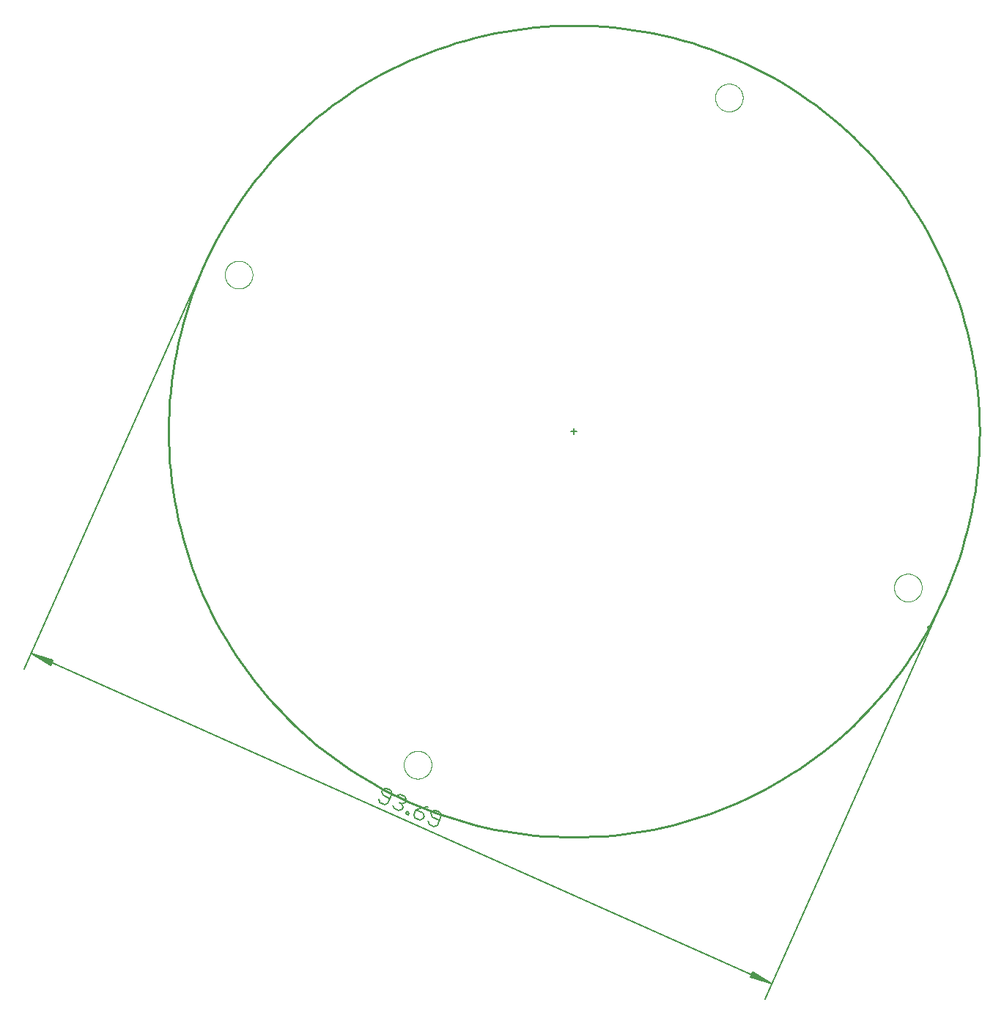
<source format=gbp>
G75*
%MOIN*%
%OFA0B0*%
%FSLAX25Y25*%
%IPPOS*%
%LPD*%
%AMOC8*
5,1,8,0,0,1.08239X$1,22.5*
%
%ADD10C,0.01000*%
%ADD11C,0.01600*%
%ADD12C,0.00000*%
%ADD13C,0.00512*%
%ADD14C,0.00600*%
D10*
X0066778Y0259287D02*
X0066834Y0263813D01*
X0067000Y0268336D01*
X0067278Y0272854D01*
X0067666Y0277364D01*
X0068165Y0281863D01*
X0068774Y0286348D01*
X0069493Y0290817D01*
X0070322Y0295267D01*
X0071259Y0299695D01*
X0072305Y0304099D01*
X0073459Y0308476D01*
X0074719Y0312823D01*
X0076086Y0317138D01*
X0077559Y0321418D01*
X0079136Y0325661D01*
X0080817Y0329863D01*
X0082600Y0334024D01*
X0084485Y0338139D01*
X0086470Y0342207D01*
X0088555Y0346224D01*
X0090737Y0350190D01*
X0093016Y0354100D01*
X0095391Y0357954D01*
X0097859Y0361748D01*
X0100420Y0365480D01*
X0103071Y0369149D01*
X0105812Y0372751D01*
X0108641Y0376285D01*
X0111555Y0379748D01*
X0114553Y0383139D01*
X0117634Y0386456D01*
X0120795Y0389695D01*
X0124034Y0392856D01*
X0127351Y0395937D01*
X0130742Y0398935D01*
X0134205Y0401849D01*
X0137739Y0404678D01*
X0141341Y0407419D01*
X0145010Y0410070D01*
X0148742Y0412631D01*
X0152536Y0415099D01*
X0156390Y0417474D01*
X0160300Y0419753D01*
X0164266Y0421935D01*
X0168283Y0424020D01*
X0172351Y0426005D01*
X0176466Y0427890D01*
X0180627Y0429673D01*
X0184829Y0431354D01*
X0189072Y0432931D01*
X0193352Y0434404D01*
X0197667Y0435771D01*
X0202014Y0437031D01*
X0206391Y0438185D01*
X0210795Y0439231D01*
X0215223Y0440168D01*
X0219673Y0440997D01*
X0224142Y0441716D01*
X0228627Y0442325D01*
X0233126Y0442824D01*
X0237636Y0443212D01*
X0242154Y0443490D01*
X0246677Y0443656D01*
X0251203Y0443712D01*
X0255729Y0443656D01*
X0260252Y0443490D01*
X0264770Y0443212D01*
X0269280Y0442824D01*
X0273779Y0442325D01*
X0278264Y0441716D01*
X0282733Y0440997D01*
X0287183Y0440168D01*
X0291611Y0439231D01*
X0296015Y0438185D01*
X0300392Y0437031D01*
X0304739Y0435771D01*
X0309054Y0434404D01*
X0313334Y0432931D01*
X0317577Y0431354D01*
X0321779Y0429673D01*
X0325940Y0427890D01*
X0330055Y0426005D01*
X0334123Y0424020D01*
X0338140Y0421935D01*
X0342106Y0419753D01*
X0346016Y0417474D01*
X0349870Y0415099D01*
X0353664Y0412631D01*
X0357396Y0410070D01*
X0361065Y0407419D01*
X0364667Y0404678D01*
X0368201Y0401849D01*
X0371664Y0398935D01*
X0375055Y0395937D01*
X0378372Y0392856D01*
X0381611Y0389695D01*
X0384772Y0386456D01*
X0387853Y0383139D01*
X0390851Y0379748D01*
X0393765Y0376285D01*
X0396594Y0372751D01*
X0399335Y0369149D01*
X0401986Y0365480D01*
X0404547Y0361748D01*
X0407015Y0357954D01*
X0409390Y0354100D01*
X0411669Y0350190D01*
X0413851Y0346224D01*
X0415936Y0342207D01*
X0417921Y0338139D01*
X0419806Y0334024D01*
X0421589Y0329863D01*
X0423270Y0325661D01*
X0424847Y0321418D01*
X0426320Y0317138D01*
X0427687Y0312823D01*
X0428947Y0308476D01*
X0430101Y0304099D01*
X0431147Y0299695D01*
X0432084Y0295267D01*
X0432913Y0290817D01*
X0433632Y0286348D01*
X0434241Y0281863D01*
X0434740Y0277364D01*
X0435128Y0272854D01*
X0435406Y0268336D01*
X0435572Y0263813D01*
X0435628Y0259287D01*
X0435572Y0254761D01*
X0435406Y0250238D01*
X0435128Y0245720D01*
X0434740Y0241210D01*
X0434241Y0236711D01*
X0433632Y0232226D01*
X0432913Y0227757D01*
X0432084Y0223307D01*
X0431147Y0218879D01*
X0430101Y0214475D01*
X0428947Y0210098D01*
X0427687Y0205751D01*
X0426320Y0201436D01*
X0424847Y0197156D01*
X0423270Y0192913D01*
X0421589Y0188711D01*
X0419806Y0184550D01*
X0417921Y0180435D01*
X0415936Y0176367D01*
X0413851Y0172350D01*
X0411669Y0168384D01*
X0409390Y0164474D01*
X0407015Y0160620D01*
X0404547Y0156826D01*
X0401986Y0153094D01*
X0399335Y0149425D01*
X0396594Y0145823D01*
X0393765Y0142289D01*
X0390851Y0138826D01*
X0387853Y0135435D01*
X0384772Y0132118D01*
X0381611Y0128879D01*
X0378372Y0125718D01*
X0375055Y0122637D01*
X0371664Y0119639D01*
X0368201Y0116725D01*
X0364667Y0113896D01*
X0361065Y0111155D01*
X0357396Y0108504D01*
X0353664Y0105943D01*
X0349870Y0103475D01*
X0346016Y0101100D01*
X0342106Y0098821D01*
X0338140Y0096639D01*
X0334123Y0094554D01*
X0330055Y0092569D01*
X0325940Y0090684D01*
X0321779Y0088901D01*
X0317577Y0087220D01*
X0313334Y0085643D01*
X0309054Y0084170D01*
X0304739Y0082803D01*
X0300392Y0081543D01*
X0296015Y0080389D01*
X0291611Y0079343D01*
X0287183Y0078406D01*
X0282733Y0077577D01*
X0278264Y0076858D01*
X0273779Y0076249D01*
X0269280Y0075750D01*
X0264770Y0075362D01*
X0260252Y0075084D01*
X0255729Y0074918D01*
X0251203Y0074862D01*
X0246677Y0074918D01*
X0242154Y0075084D01*
X0237636Y0075362D01*
X0233126Y0075750D01*
X0228627Y0076249D01*
X0224142Y0076858D01*
X0219673Y0077577D01*
X0215223Y0078406D01*
X0210795Y0079343D01*
X0206391Y0080389D01*
X0202014Y0081543D01*
X0197667Y0082803D01*
X0193352Y0084170D01*
X0189072Y0085643D01*
X0184829Y0087220D01*
X0180627Y0088901D01*
X0176466Y0090684D01*
X0172351Y0092569D01*
X0168283Y0094554D01*
X0164266Y0096639D01*
X0160300Y0098821D01*
X0156390Y0101100D01*
X0152536Y0103475D01*
X0148742Y0105943D01*
X0145010Y0108504D01*
X0141341Y0111155D01*
X0137739Y0113896D01*
X0134205Y0116725D01*
X0130742Y0119639D01*
X0127351Y0122637D01*
X0124034Y0125718D01*
X0120795Y0128879D01*
X0117634Y0132118D01*
X0114553Y0135435D01*
X0111555Y0138826D01*
X0108641Y0142289D01*
X0105812Y0145823D01*
X0103071Y0149425D01*
X0100420Y0153094D01*
X0097859Y0156826D01*
X0095391Y0160620D01*
X0093016Y0164474D01*
X0090737Y0168384D01*
X0088555Y0172350D01*
X0086470Y0176367D01*
X0084485Y0180435D01*
X0082600Y0184550D01*
X0080817Y0188711D01*
X0079136Y0192913D01*
X0077559Y0197156D01*
X0076086Y0201436D01*
X0074719Y0205751D01*
X0073459Y0210098D01*
X0072305Y0214475D01*
X0071259Y0218879D01*
X0070322Y0223307D01*
X0069493Y0227757D01*
X0068774Y0232226D01*
X0068165Y0236711D01*
X0067666Y0241210D01*
X0067278Y0245720D01*
X0067000Y0250238D01*
X0066834Y0254761D01*
X0066778Y0259287D01*
D11*
X0412477Y0170288D02*
X0412519Y0170379D01*
D12*
X0396804Y0188187D02*
X0396806Y0188345D01*
X0396812Y0188503D01*
X0396822Y0188661D01*
X0396836Y0188819D01*
X0396854Y0188976D01*
X0396875Y0189133D01*
X0396901Y0189289D01*
X0396931Y0189445D01*
X0396964Y0189600D01*
X0397002Y0189753D01*
X0397043Y0189906D01*
X0397088Y0190058D01*
X0397137Y0190209D01*
X0397190Y0190358D01*
X0397246Y0190506D01*
X0397306Y0190652D01*
X0397370Y0190797D01*
X0397438Y0190940D01*
X0397509Y0191082D01*
X0397583Y0191222D01*
X0397661Y0191359D01*
X0397743Y0191495D01*
X0397827Y0191629D01*
X0397916Y0191760D01*
X0398007Y0191889D01*
X0398102Y0192016D01*
X0398199Y0192141D01*
X0398300Y0192263D01*
X0398404Y0192382D01*
X0398511Y0192499D01*
X0398621Y0192613D01*
X0398734Y0192724D01*
X0398849Y0192833D01*
X0398967Y0192938D01*
X0399088Y0193040D01*
X0399211Y0193140D01*
X0399337Y0193236D01*
X0399465Y0193329D01*
X0399595Y0193419D01*
X0399728Y0193505D01*
X0399863Y0193589D01*
X0399999Y0193668D01*
X0400138Y0193745D01*
X0400279Y0193817D01*
X0400421Y0193887D01*
X0400565Y0193952D01*
X0400711Y0194014D01*
X0400858Y0194072D01*
X0401007Y0194127D01*
X0401157Y0194178D01*
X0401308Y0194225D01*
X0401460Y0194268D01*
X0401613Y0194307D01*
X0401768Y0194343D01*
X0401923Y0194374D01*
X0402079Y0194402D01*
X0402235Y0194426D01*
X0402392Y0194446D01*
X0402550Y0194462D01*
X0402707Y0194474D01*
X0402866Y0194482D01*
X0403024Y0194486D01*
X0403182Y0194486D01*
X0403340Y0194482D01*
X0403499Y0194474D01*
X0403656Y0194462D01*
X0403814Y0194446D01*
X0403971Y0194426D01*
X0404127Y0194402D01*
X0404283Y0194374D01*
X0404438Y0194343D01*
X0404593Y0194307D01*
X0404746Y0194268D01*
X0404898Y0194225D01*
X0405049Y0194178D01*
X0405199Y0194127D01*
X0405348Y0194072D01*
X0405495Y0194014D01*
X0405641Y0193952D01*
X0405785Y0193887D01*
X0405927Y0193817D01*
X0406068Y0193745D01*
X0406207Y0193668D01*
X0406343Y0193589D01*
X0406478Y0193505D01*
X0406611Y0193419D01*
X0406741Y0193329D01*
X0406869Y0193236D01*
X0406995Y0193140D01*
X0407118Y0193040D01*
X0407239Y0192938D01*
X0407357Y0192833D01*
X0407472Y0192724D01*
X0407585Y0192613D01*
X0407695Y0192499D01*
X0407802Y0192382D01*
X0407906Y0192263D01*
X0408007Y0192141D01*
X0408104Y0192016D01*
X0408199Y0191889D01*
X0408290Y0191760D01*
X0408379Y0191629D01*
X0408463Y0191495D01*
X0408545Y0191359D01*
X0408623Y0191222D01*
X0408697Y0191082D01*
X0408768Y0190940D01*
X0408836Y0190797D01*
X0408900Y0190652D01*
X0408960Y0190506D01*
X0409016Y0190358D01*
X0409069Y0190209D01*
X0409118Y0190058D01*
X0409163Y0189906D01*
X0409204Y0189753D01*
X0409242Y0189600D01*
X0409275Y0189445D01*
X0409305Y0189289D01*
X0409331Y0189133D01*
X0409352Y0188976D01*
X0409370Y0188819D01*
X0409384Y0188661D01*
X0409394Y0188503D01*
X0409400Y0188345D01*
X0409402Y0188187D01*
X0409400Y0188029D01*
X0409394Y0187871D01*
X0409384Y0187713D01*
X0409370Y0187555D01*
X0409352Y0187398D01*
X0409331Y0187241D01*
X0409305Y0187085D01*
X0409275Y0186929D01*
X0409242Y0186774D01*
X0409204Y0186621D01*
X0409163Y0186468D01*
X0409118Y0186316D01*
X0409069Y0186165D01*
X0409016Y0186016D01*
X0408960Y0185868D01*
X0408900Y0185722D01*
X0408836Y0185577D01*
X0408768Y0185434D01*
X0408697Y0185292D01*
X0408623Y0185152D01*
X0408545Y0185015D01*
X0408463Y0184879D01*
X0408379Y0184745D01*
X0408290Y0184614D01*
X0408199Y0184485D01*
X0408104Y0184358D01*
X0408007Y0184233D01*
X0407906Y0184111D01*
X0407802Y0183992D01*
X0407695Y0183875D01*
X0407585Y0183761D01*
X0407472Y0183650D01*
X0407357Y0183541D01*
X0407239Y0183436D01*
X0407118Y0183334D01*
X0406995Y0183234D01*
X0406869Y0183138D01*
X0406741Y0183045D01*
X0406611Y0182955D01*
X0406478Y0182869D01*
X0406343Y0182785D01*
X0406207Y0182706D01*
X0406068Y0182629D01*
X0405927Y0182557D01*
X0405785Y0182487D01*
X0405641Y0182422D01*
X0405495Y0182360D01*
X0405348Y0182302D01*
X0405199Y0182247D01*
X0405049Y0182196D01*
X0404898Y0182149D01*
X0404746Y0182106D01*
X0404593Y0182067D01*
X0404438Y0182031D01*
X0404283Y0182000D01*
X0404127Y0181972D01*
X0403971Y0181948D01*
X0403814Y0181928D01*
X0403656Y0181912D01*
X0403499Y0181900D01*
X0403340Y0181892D01*
X0403182Y0181888D01*
X0403024Y0181888D01*
X0402866Y0181892D01*
X0402707Y0181900D01*
X0402550Y0181912D01*
X0402392Y0181928D01*
X0402235Y0181948D01*
X0402079Y0181972D01*
X0401923Y0182000D01*
X0401768Y0182031D01*
X0401613Y0182067D01*
X0401460Y0182106D01*
X0401308Y0182149D01*
X0401157Y0182196D01*
X0401007Y0182247D01*
X0400858Y0182302D01*
X0400711Y0182360D01*
X0400565Y0182422D01*
X0400421Y0182487D01*
X0400279Y0182557D01*
X0400138Y0182629D01*
X0399999Y0182706D01*
X0399863Y0182785D01*
X0399728Y0182869D01*
X0399595Y0182955D01*
X0399465Y0183045D01*
X0399337Y0183138D01*
X0399211Y0183234D01*
X0399088Y0183334D01*
X0398967Y0183436D01*
X0398849Y0183541D01*
X0398734Y0183650D01*
X0398621Y0183761D01*
X0398511Y0183875D01*
X0398404Y0183992D01*
X0398300Y0184111D01*
X0398199Y0184233D01*
X0398102Y0184358D01*
X0398007Y0184485D01*
X0397916Y0184614D01*
X0397827Y0184745D01*
X0397743Y0184879D01*
X0397661Y0185015D01*
X0397583Y0185152D01*
X0397509Y0185292D01*
X0397438Y0185434D01*
X0397370Y0185577D01*
X0397306Y0185722D01*
X0397246Y0185868D01*
X0397190Y0186016D01*
X0397137Y0186165D01*
X0397088Y0186316D01*
X0397043Y0186468D01*
X0397002Y0186621D01*
X0396964Y0186774D01*
X0396931Y0186929D01*
X0396901Y0187085D01*
X0396875Y0187241D01*
X0396854Y0187398D01*
X0396836Y0187555D01*
X0396822Y0187713D01*
X0396812Y0187871D01*
X0396806Y0188029D01*
X0396804Y0188187D01*
X0173804Y0107687D02*
X0173806Y0107845D01*
X0173812Y0108003D01*
X0173822Y0108161D01*
X0173836Y0108319D01*
X0173854Y0108476D01*
X0173875Y0108633D01*
X0173901Y0108789D01*
X0173931Y0108945D01*
X0173964Y0109100D01*
X0174002Y0109253D01*
X0174043Y0109406D01*
X0174088Y0109558D01*
X0174137Y0109709D01*
X0174190Y0109858D01*
X0174246Y0110006D01*
X0174306Y0110152D01*
X0174370Y0110297D01*
X0174438Y0110440D01*
X0174509Y0110582D01*
X0174583Y0110722D01*
X0174661Y0110859D01*
X0174743Y0110995D01*
X0174827Y0111129D01*
X0174916Y0111260D01*
X0175007Y0111389D01*
X0175102Y0111516D01*
X0175199Y0111641D01*
X0175300Y0111763D01*
X0175404Y0111882D01*
X0175511Y0111999D01*
X0175621Y0112113D01*
X0175734Y0112224D01*
X0175849Y0112333D01*
X0175967Y0112438D01*
X0176088Y0112540D01*
X0176211Y0112640D01*
X0176337Y0112736D01*
X0176465Y0112829D01*
X0176595Y0112919D01*
X0176728Y0113005D01*
X0176863Y0113089D01*
X0176999Y0113168D01*
X0177138Y0113245D01*
X0177279Y0113317D01*
X0177421Y0113387D01*
X0177565Y0113452D01*
X0177711Y0113514D01*
X0177858Y0113572D01*
X0178007Y0113627D01*
X0178157Y0113678D01*
X0178308Y0113725D01*
X0178460Y0113768D01*
X0178613Y0113807D01*
X0178768Y0113843D01*
X0178923Y0113874D01*
X0179079Y0113902D01*
X0179235Y0113926D01*
X0179392Y0113946D01*
X0179550Y0113962D01*
X0179707Y0113974D01*
X0179866Y0113982D01*
X0180024Y0113986D01*
X0180182Y0113986D01*
X0180340Y0113982D01*
X0180499Y0113974D01*
X0180656Y0113962D01*
X0180814Y0113946D01*
X0180971Y0113926D01*
X0181127Y0113902D01*
X0181283Y0113874D01*
X0181438Y0113843D01*
X0181593Y0113807D01*
X0181746Y0113768D01*
X0181898Y0113725D01*
X0182049Y0113678D01*
X0182199Y0113627D01*
X0182348Y0113572D01*
X0182495Y0113514D01*
X0182641Y0113452D01*
X0182785Y0113387D01*
X0182927Y0113317D01*
X0183068Y0113245D01*
X0183207Y0113168D01*
X0183343Y0113089D01*
X0183478Y0113005D01*
X0183611Y0112919D01*
X0183741Y0112829D01*
X0183869Y0112736D01*
X0183995Y0112640D01*
X0184118Y0112540D01*
X0184239Y0112438D01*
X0184357Y0112333D01*
X0184472Y0112224D01*
X0184585Y0112113D01*
X0184695Y0111999D01*
X0184802Y0111882D01*
X0184906Y0111763D01*
X0185007Y0111641D01*
X0185104Y0111516D01*
X0185199Y0111389D01*
X0185290Y0111260D01*
X0185379Y0111129D01*
X0185463Y0110995D01*
X0185545Y0110859D01*
X0185623Y0110722D01*
X0185697Y0110582D01*
X0185768Y0110440D01*
X0185836Y0110297D01*
X0185900Y0110152D01*
X0185960Y0110006D01*
X0186016Y0109858D01*
X0186069Y0109709D01*
X0186118Y0109558D01*
X0186163Y0109406D01*
X0186204Y0109253D01*
X0186242Y0109100D01*
X0186275Y0108945D01*
X0186305Y0108789D01*
X0186331Y0108633D01*
X0186352Y0108476D01*
X0186370Y0108319D01*
X0186384Y0108161D01*
X0186394Y0108003D01*
X0186400Y0107845D01*
X0186402Y0107687D01*
X0186400Y0107529D01*
X0186394Y0107371D01*
X0186384Y0107213D01*
X0186370Y0107055D01*
X0186352Y0106898D01*
X0186331Y0106741D01*
X0186305Y0106585D01*
X0186275Y0106429D01*
X0186242Y0106274D01*
X0186204Y0106121D01*
X0186163Y0105968D01*
X0186118Y0105816D01*
X0186069Y0105665D01*
X0186016Y0105516D01*
X0185960Y0105368D01*
X0185900Y0105222D01*
X0185836Y0105077D01*
X0185768Y0104934D01*
X0185697Y0104792D01*
X0185623Y0104652D01*
X0185545Y0104515D01*
X0185463Y0104379D01*
X0185379Y0104245D01*
X0185290Y0104114D01*
X0185199Y0103985D01*
X0185104Y0103858D01*
X0185007Y0103733D01*
X0184906Y0103611D01*
X0184802Y0103492D01*
X0184695Y0103375D01*
X0184585Y0103261D01*
X0184472Y0103150D01*
X0184357Y0103041D01*
X0184239Y0102936D01*
X0184118Y0102834D01*
X0183995Y0102734D01*
X0183869Y0102638D01*
X0183741Y0102545D01*
X0183611Y0102455D01*
X0183478Y0102369D01*
X0183343Y0102285D01*
X0183207Y0102206D01*
X0183068Y0102129D01*
X0182927Y0102057D01*
X0182785Y0101987D01*
X0182641Y0101922D01*
X0182495Y0101860D01*
X0182348Y0101802D01*
X0182199Y0101747D01*
X0182049Y0101696D01*
X0181898Y0101649D01*
X0181746Y0101606D01*
X0181593Y0101567D01*
X0181438Y0101531D01*
X0181283Y0101500D01*
X0181127Y0101472D01*
X0180971Y0101448D01*
X0180814Y0101428D01*
X0180656Y0101412D01*
X0180499Y0101400D01*
X0180340Y0101392D01*
X0180182Y0101388D01*
X0180024Y0101388D01*
X0179866Y0101392D01*
X0179707Y0101400D01*
X0179550Y0101412D01*
X0179392Y0101428D01*
X0179235Y0101448D01*
X0179079Y0101472D01*
X0178923Y0101500D01*
X0178768Y0101531D01*
X0178613Y0101567D01*
X0178460Y0101606D01*
X0178308Y0101649D01*
X0178157Y0101696D01*
X0178007Y0101747D01*
X0177858Y0101802D01*
X0177711Y0101860D01*
X0177565Y0101922D01*
X0177421Y0101987D01*
X0177279Y0102057D01*
X0177138Y0102129D01*
X0176999Y0102206D01*
X0176863Y0102285D01*
X0176728Y0102369D01*
X0176595Y0102455D01*
X0176465Y0102545D01*
X0176337Y0102638D01*
X0176211Y0102734D01*
X0176088Y0102834D01*
X0175967Y0102936D01*
X0175849Y0103041D01*
X0175734Y0103150D01*
X0175621Y0103261D01*
X0175511Y0103375D01*
X0175404Y0103492D01*
X0175300Y0103611D01*
X0175199Y0103733D01*
X0175102Y0103858D01*
X0175007Y0103985D01*
X0174916Y0104114D01*
X0174827Y0104245D01*
X0174743Y0104379D01*
X0174661Y0104515D01*
X0174583Y0104652D01*
X0174509Y0104792D01*
X0174438Y0104934D01*
X0174370Y0105077D01*
X0174306Y0105222D01*
X0174246Y0105368D01*
X0174190Y0105516D01*
X0174137Y0105665D01*
X0174088Y0105816D01*
X0174043Y0105968D01*
X0174002Y0106121D01*
X0173964Y0106274D01*
X0173931Y0106429D01*
X0173901Y0106585D01*
X0173875Y0106741D01*
X0173854Y0106898D01*
X0173836Y0107055D01*
X0173822Y0107213D01*
X0173812Y0107371D01*
X0173806Y0107529D01*
X0173804Y0107687D01*
X0092404Y0330387D02*
X0092406Y0330545D01*
X0092412Y0330703D01*
X0092422Y0330861D01*
X0092436Y0331019D01*
X0092454Y0331176D01*
X0092475Y0331333D01*
X0092501Y0331489D01*
X0092531Y0331645D01*
X0092564Y0331800D01*
X0092602Y0331953D01*
X0092643Y0332106D01*
X0092688Y0332258D01*
X0092737Y0332409D01*
X0092790Y0332558D01*
X0092846Y0332706D01*
X0092906Y0332852D01*
X0092970Y0332997D01*
X0093038Y0333140D01*
X0093109Y0333282D01*
X0093183Y0333422D01*
X0093261Y0333559D01*
X0093343Y0333695D01*
X0093427Y0333829D01*
X0093516Y0333960D01*
X0093607Y0334089D01*
X0093702Y0334216D01*
X0093799Y0334341D01*
X0093900Y0334463D01*
X0094004Y0334582D01*
X0094111Y0334699D01*
X0094221Y0334813D01*
X0094334Y0334924D01*
X0094449Y0335033D01*
X0094567Y0335138D01*
X0094688Y0335240D01*
X0094811Y0335340D01*
X0094937Y0335436D01*
X0095065Y0335529D01*
X0095195Y0335619D01*
X0095328Y0335705D01*
X0095463Y0335789D01*
X0095599Y0335868D01*
X0095738Y0335945D01*
X0095879Y0336017D01*
X0096021Y0336087D01*
X0096165Y0336152D01*
X0096311Y0336214D01*
X0096458Y0336272D01*
X0096607Y0336327D01*
X0096757Y0336378D01*
X0096908Y0336425D01*
X0097060Y0336468D01*
X0097213Y0336507D01*
X0097368Y0336543D01*
X0097523Y0336574D01*
X0097679Y0336602D01*
X0097835Y0336626D01*
X0097992Y0336646D01*
X0098150Y0336662D01*
X0098307Y0336674D01*
X0098466Y0336682D01*
X0098624Y0336686D01*
X0098782Y0336686D01*
X0098940Y0336682D01*
X0099099Y0336674D01*
X0099256Y0336662D01*
X0099414Y0336646D01*
X0099571Y0336626D01*
X0099727Y0336602D01*
X0099883Y0336574D01*
X0100038Y0336543D01*
X0100193Y0336507D01*
X0100346Y0336468D01*
X0100498Y0336425D01*
X0100649Y0336378D01*
X0100799Y0336327D01*
X0100948Y0336272D01*
X0101095Y0336214D01*
X0101241Y0336152D01*
X0101385Y0336087D01*
X0101527Y0336017D01*
X0101668Y0335945D01*
X0101807Y0335868D01*
X0101943Y0335789D01*
X0102078Y0335705D01*
X0102211Y0335619D01*
X0102341Y0335529D01*
X0102469Y0335436D01*
X0102595Y0335340D01*
X0102718Y0335240D01*
X0102839Y0335138D01*
X0102957Y0335033D01*
X0103072Y0334924D01*
X0103185Y0334813D01*
X0103295Y0334699D01*
X0103402Y0334582D01*
X0103506Y0334463D01*
X0103607Y0334341D01*
X0103704Y0334216D01*
X0103799Y0334089D01*
X0103890Y0333960D01*
X0103979Y0333829D01*
X0104063Y0333695D01*
X0104145Y0333559D01*
X0104223Y0333422D01*
X0104297Y0333282D01*
X0104368Y0333140D01*
X0104436Y0332997D01*
X0104500Y0332852D01*
X0104560Y0332706D01*
X0104616Y0332558D01*
X0104669Y0332409D01*
X0104718Y0332258D01*
X0104763Y0332106D01*
X0104804Y0331953D01*
X0104842Y0331800D01*
X0104875Y0331645D01*
X0104905Y0331489D01*
X0104931Y0331333D01*
X0104952Y0331176D01*
X0104970Y0331019D01*
X0104984Y0330861D01*
X0104994Y0330703D01*
X0105000Y0330545D01*
X0105002Y0330387D01*
X0105000Y0330229D01*
X0104994Y0330071D01*
X0104984Y0329913D01*
X0104970Y0329755D01*
X0104952Y0329598D01*
X0104931Y0329441D01*
X0104905Y0329285D01*
X0104875Y0329129D01*
X0104842Y0328974D01*
X0104804Y0328821D01*
X0104763Y0328668D01*
X0104718Y0328516D01*
X0104669Y0328365D01*
X0104616Y0328216D01*
X0104560Y0328068D01*
X0104500Y0327922D01*
X0104436Y0327777D01*
X0104368Y0327634D01*
X0104297Y0327492D01*
X0104223Y0327352D01*
X0104145Y0327215D01*
X0104063Y0327079D01*
X0103979Y0326945D01*
X0103890Y0326814D01*
X0103799Y0326685D01*
X0103704Y0326558D01*
X0103607Y0326433D01*
X0103506Y0326311D01*
X0103402Y0326192D01*
X0103295Y0326075D01*
X0103185Y0325961D01*
X0103072Y0325850D01*
X0102957Y0325741D01*
X0102839Y0325636D01*
X0102718Y0325534D01*
X0102595Y0325434D01*
X0102469Y0325338D01*
X0102341Y0325245D01*
X0102211Y0325155D01*
X0102078Y0325069D01*
X0101943Y0324985D01*
X0101807Y0324906D01*
X0101668Y0324829D01*
X0101527Y0324757D01*
X0101385Y0324687D01*
X0101241Y0324622D01*
X0101095Y0324560D01*
X0100948Y0324502D01*
X0100799Y0324447D01*
X0100649Y0324396D01*
X0100498Y0324349D01*
X0100346Y0324306D01*
X0100193Y0324267D01*
X0100038Y0324231D01*
X0099883Y0324200D01*
X0099727Y0324172D01*
X0099571Y0324148D01*
X0099414Y0324128D01*
X0099256Y0324112D01*
X0099099Y0324100D01*
X0098940Y0324092D01*
X0098782Y0324088D01*
X0098624Y0324088D01*
X0098466Y0324092D01*
X0098307Y0324100D01*
X0098150Y0324112D01*
X0097992Y0324128D01*
X0097835Y0324148D01*
X0097679Y0324172D01*
X0097523Y0324200D01*
X0097368Y0324231D01*
X0097213Y0324267D01*
X0097060Y0324306D01*
X0096908Y0324349D01*
X0096757Y0324396D01*
X0096607Y0324447D01*
X0096458Y0324502D01*
X0096311Y0324560D01*
X0096165Y0324622D01*
X0096021Y0324687D01*
X0095879Y0324757D01*
X0095738Y0324829D01*
X0095599Y0324906D01*
X0095463Y0324985D01*
X0095328Y0325069D01*
X0095195Y0325155D01*
X0095065Y0325245D01*
X0094937Y0325338D01*
X0094811Y0325434D01*
X0094688Y0325534D01*
X0094567Y0325636D01*
X0094449Y0325741D01*
X0094334Y0325850D01*
X0094221Y0325961D01*
X0094111Y0326075D01*
X0094004Y0326192D01*
X0093900Y0326311D01*
X0093799Y0326433D01*
X0093702Y0326558D01*
X0093607Y0326685D01*
X0093516Y0326814D01*
X0093427Y0326945D01*
X0093343Y0327079D01*
X0093261Y0327215D01*
X0093183Y0327352D01*
X0093109Y0327492D01*
X0093038Y0327634D01*
X0092970Y0327777D01*
X0092906Y0327922D01*
X0092846Y0328068D01*
X0092790Y0328216D01*
X0092737Y0328365D01*
X0092688Y0328516D01*
X0092643Y0328668D01*
X0092602Y0328821D01*
X0092564Y0328974D01*
X0092531Y0329129D01*
X0092501Y0329285D01*
X0092475Y0329441D01*
X0092454Y0329598D01*
X0092436Y0329755D01*
X0092422Y0329913D01*
X0092412Y0330071D01*
X0092406Y0330229D01*
X0092404Y0330387D01*
X0315404Y0410887D02*
X0315406Y0411045D01*
X0315412Y0411203D01*
X0315422Y0411361D01*
X0315436Y0411519D01*
X0315454Y0411676D01*
X0315475Y0411833D01*
X0315501Y0411989D01*
X0315531Y0412145D01*
X0315564Y0412300D01*
X0315602Y0412453D01*
X0315643Y0412606D01*
X0315688Y0412758D01*
X0315737Y0412909D01*
X0315790Y0413058D01*
X0315846Y0413206D01*
X0315906Y0413352D01*
X0315970Y0413497D01*
X0316038Y0413640D01*
X0316109Y0413782D01*
X0316183Y0413922D01*
X0316261Y0414059D01*
X0316343Y0414195D01*
X0316427Y0414329D01*
X0316516Y0414460D01*
X0316607Y0414589D01*
X0316702Y0414716D01*
X0316799Y0414841D01*
X0316900Y0414963D01*
X0317004Y0415082D01*
X0317111Y0415199D01*
X0317221Y0415313D01*
X0317334Y0415424D01*
X0317449Y0415533D01*
X0317567Y0415638D01*
X0317688Y0415740D01*
X0317811Y0415840D01*
X0317937Y0415936D01*
X0318065Y0416029D01*
X0318195Y0416119D01*
X0318328Y0416205D01*
X0318463Y0416289D01*
X0318599Y0416368D01*
X0318738Y0416445D01*
X0318879Y0416517D01*
X0319021Y0416587D01*
X0319165Y0416652D01*
X0319311Y0416714D01*
X0319458Y0416772D01*
X0319607Y0416827D01*
X0319757Y0416878D01*
X0319908Y0416925D01*
X0320060Y0416968D01*
X0320213Y0417007D01*
X0320368Y0417043D01*
X0320523Y0417074D01*
X0320679Y0417102D01*
X0320835Y0417126D01*
X0320992Y0417146D01*
X0321150Y0417162D01*
X0321307Y0417174D01*
X0321466Y0417182D01*
X0321624Y0417186D01*
X0321782Y0417186D01*
X0321940Y0417182D01*
X0322099Y0417174D01*
X0322256Y0417162D01*
X0322414Y0417146D01*
X0322571Y0417126D01*
X0322727Y0417102D01*
X0322883Y0417074D01*
X0323038Y0417043D01*
X0323193Y0417007D01*
X0323346Y0416968D01*
X0323498Y0416925D01*
X0323649Y0416878D01*
X0323799Y0416827D01*
X0323948Y0416772D01*
X0324095Y0416714D01*
X0324241Y0416652D01*
X0324385Y0416587D01*
X0324527Y0416517D01*
X0324668Y0416445D01*
X0324807Y0416368D01*
X0324943Y0416289D01*
X0325078Y0416205D01*
X0325211Y0416119D01*
X0325341Y0416029D01*
X0325469Y0415936D01*
X0325595Y0415840D01*
X0325718Y0415740D01*
X0325839Y0415638D01*
X0325957Y0415533D01*
X0326072Y0415424D01*
X0326185Y0415313D01*
X0326295Y0415199D01*
X0326402Y0415082D01*
X0326506Y0414963D01*
X0326607Y0414841D01*
X0326704Y0414716D01*
X0326799Y0414589D01*
X0326890Y0414460D01*
X0326979Y0414329D01*
X0327063Y0414195D01*
X0327145Y0414059D01*
X0327223Y0413922D01*
X0327297Y0413782D01*
X0327368Y0413640D01*
X0327436Y0413497D01*
X0327500Y0413352D01*
X0327560Y0413206D01*
X0327616Y0413058D01*
X0327669Y0412909D01*
X0327718Y0412758D01*
X0327763Y0412606D01*
X0327804Y0412453D01*
X0327842Y0412300D01*
X0327875Y0412145D01*
X0327905Y0411989D01*
X0327931Y0411833D01*
X0327952Y0411676D01*
X0327970Y0411519D01*
X0327984Y0411361D01*
X0327994Y0411203D01*
X0328000Y0411045D01*
X0328002Y0410887D01*
X0328000Y0410729D01*
X0327994Y0410571D01*
X0327984Y0410413D01*
X0327970Y0410255D01*
X0327952Y0410098D01*
X0327931Y0409941D01*
X0327905Y0409785D01*
X0327875Y0409629D01*
X0327842Y0409474D01*
X0327804Y0409321D01*
X0327763Y0409168D01*
X0327718Y0409016D01*
X0327669Y0408865D01*
X0327616Y0408716D01*
X0327560Y0408568D01*
X0327500Y0408422D01*
X0327436Y0408277D01*
X0327368Y0408134D01*
X0327297Y0407992D01*
X0327223Y0407852D01*
X0327145Y0407715D01*
X0327063Y0407579D01*
X0326979Y0407445D01*
X0326890Y0407314D01*
X0326799Y0407185D01*
X0326704Y0407058D01*
X0326607Y0406933D01*
X0326506Y0406811D01*
X0326402Y0406692D01*
X0326295Y0406575D01*
X0326185Y0406461D01*
X0326072Y0406350D01*
X0325957Y0406241D01*
X0325839Y0406136D01*
X0325718Y0406034D01*
X0325595Y0405934D01*
X0325469Y0405838D01*
X0325341Y0405745D01*
X0325211Y0405655D01*
X0325078Y0405569D01*
X0324943Y0405485D01*
X0324807Y0405406D01*
X0324668Y0405329D01*
X0324527Y0405257D01*
X0324385Y0405187D01*
X0324241Y0405122D01*
X0324095Y0405060D01*
X0323948Y0405002D01*
X0323799Y0404947D01*
X0323649Y0404896D01*
X0323498Y0404849D01*
X0323346Y0404806D01*
X0323193Y0404767D01*
X0323038Y0404731D01*
X0322883Y0404700D01*
X0322727Y0404672D01*
X0322571Y0404648D01*
X0322414Y0404628D01*
X0322256Y0404612D01*
X0322099Y0404600D01*
X0321940Y0404592D01*
X0321782Y0404588D01*
X0321624Y0404588D01*
X0321466Y0404592D01*
X0321307Y0404600D01*
X0321150Y0404612D01*
X0320992Y0404628D01*
X0320835Y0404648D01*
X0320679Y0404672D01*
X0320523Y0404700D01*
X0320368Y0404731D01*
X0320213Y0404767D01*
X0320060Y0404806D01*
X0319908Y0404849D01*
X0319757Y0404896D01*
X0319607Y0404947D01*
X0319458Y0405002D01*
X0319311Y0405060D01*
X0319165Y0405122D01*
X0319021Y0405187D01*
X0318879Y0405257D01*
X0318738Y0405329D01*
X0318599Y0405406D01*
X0318463Y0405485D01*
X0318328Y0405569D01*
X0318195Y0405655D01*
X0318065Y0405745D01*
X0317937Y0405838D01*
X0317811Y0405934D01*
X0317688Y0406034D01*
X0317567Y0406136D01*
X0317449Y0406241D01*
X0317334Y0406350D01*
X0317221Y0406461D01*
X0317111Y0406575D01*
X0317004Y0406692D01*
X0316900Y0406811D01*
X0316799Y0406933D01*
X0316702Y0407058D01*
X0316607Y0407185D01*
X0316516Y0407314D01*
X0316427Y0407445D01*
X0316343Y0407579D01*
X0316261Y0407715D01*
X0316183Y0407852D01*
X0316109Y0407992D01*
X0316038Y0408134D01*
X0315970Y0408277D01*
X0315906Y0408422D01*
X0315846Y0408568D01*
X0315790Y0408716D01*
X0315737Y0408865D01*
X0315688Y0409016D01*
X0315643Y0409168D01*
X0315602Y0409321D01*
X0315564Y0409474D01*
X0315531Y0409629D01*
X0315501Y0409785D01*
X0315475Y0409941D01*
X0315454Y0410098D01*
X0315436Y0410255D01*
X0315422Y0410413D01*
X0315412Y0410571D01*
X0315406Y0410729D01*
X0315404Y0410887D01*
D13*
X0082702Y0334254D02*
X0001256Y0151191D01*
X0004610Y0158101D02*
X0013313Y0153109D01*
X0013218Y0152896D02*
X0004610Y0158101D01*
X0014145Y0154979D01*
X0014240Y0155192D02*
X0013218Y0152896D01*
X0013521Y0153576D02*
X0004610Y0158101D01*
X0013937Y0154512D01*
X0014240Y0155192D02*
X0004610Y0158101D01*
X0341145Y0008374D01*
X0331610Y0011496D01*
X0331516Y0011283D02*
X0341145Y0008374D01*
X0332443Y0013366D01*
X0332537Y0013579D02*
X0331516Y0011283D01*
X0331818Y0011963D02*
X0341145Y0008374D01*
X0332234Y0012899D01*
X0332537Y0013579D02*
X0341145Y0008374D01*
X0338258Y0001256D02*
X0419704Y0184319D01*
X0252460Y0259287D02*
X0249946Y0259287D01*
X0251203Y0260543D02*
X0251203Y0258030D01*
D14*
X0174287Y0093243D02*
X0172154Y0094193D01*
X0170612Y0093601D01*
X0168486Y0094548D02*
X0166587Y0090281D01*
X0165045Y0089689D01*
X0162912Y0090639D01*
X0162320Y0092181D01*
X0164336Y0093839D02*
X0167536Y0092415D01*
X0168486Y0094548D02*
X0167895Y0096090D01*
X0165761Y0097040D01*
X0164219Y0096448D01*
X0163745Y0095381D01*
X0164336Y0093839D01*
X0168713Y0089335D02*
X0169304Y0087793D01*
X0171438Y0086843D01*
X0172980Y0087435D01*
X0173454Y0088502D01*
X0172863Y0090043D01*
X0171796Y0090518D01*
X0172863Y0090043D02*
X0174404Y0090635D01*
X0174879Y0091702D01*
X0174287Y0093243D01*
X0175106Y0086488D02*
X0174631Y0085422D01*
X0175697Y0084947D01*
X0176172Y0086013D01*
X0175106Y0086488D01*
X0178302Y0085065D02*
X0178894Y0083523D01*
X0181027Y0082574D01*
X0182569Y0083165D01*
X0183044Y0084232D01*
X0182452Y0085774D01*
X0179252Y0087198D01*
X0178302Y0085065D01*
X0179252Y0087198D02*
X0182335Y0088382D01*
X0184944Y0088499D01*
X0186595Y0086486D02*
X0186120Y0085419D01*
X0186712Y0083877D01*
X0189912Y0082452D01*
X0188962Y0080319D02*
X0190862Y0084586D01*
X0190270Y0086127D01*
X0188136Y0087077D01*
X0186595Y0086486D01*
X0184695Y0082219D02*
X0185287Y0080677D01*
X0187420Y0079727D01*
X0188962Y0080319D01*
M02*

</source>
